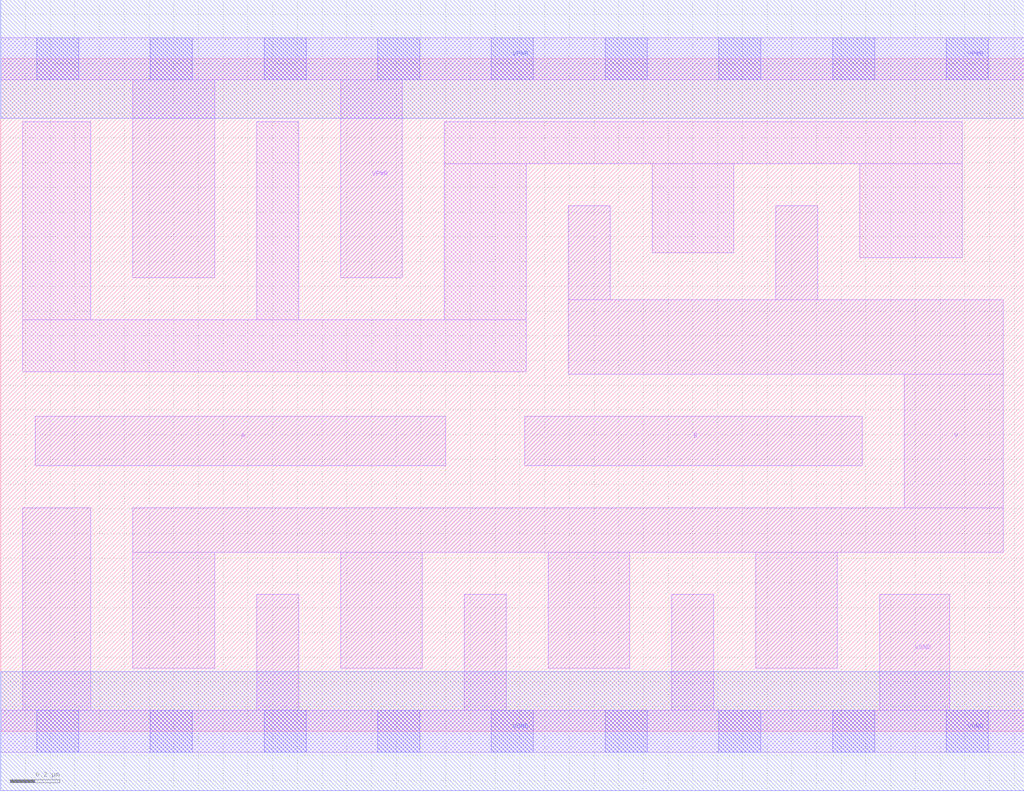
<source format=lef>
# Copyright 2020 The SkyWater PDK Authors
#
# Licensed under the Apache License, Version 2.0 (the "License");
# you may not use this file except in compliance with the License.
# You may obtain a copy of the License at
#
#     https://www.apache.org/licenses/LICENSE-2.0
#
# Unless required by applicable law or agreed to in writing, software
# distributed under the License is distributed on an "AS IS" BASIS,
# WITHOUT WARRANTIES OR CONDITIONS OF ANY KIND, either express or implied.
# See the License for the specific language governing permissions and
# limitations under the License.
#
# SPDX-License-Identifier: Apache-2.0

VERSION 5.7 ;
  NAMESCASESENSITIVE ON ;
  NOWIREEXTENSIONATPIN ON ;
  DIVIDERCHAR "/" ;
  BUSBITCHARS "[]" ;
UNITS
  DATABASE MICRONS 200 ;
END UNITS
MACRO sky130_fd_sc_hd__nor2_4
  CLASS CORE ;
  SOURCE USER ;
  FOREIGN sky130_fd_sc_hd__nor2_4 ;
  ORIGIN  0.000000  0.000000 ;
  SIZE  4.140000 BY  2.720000 ;
  SYMMETRY X Y R90 ;
  SITE unithd ;
  PIN A
    ANTENNAGATEAREA  0.990000 ;
    DIRECTION INPUT ;
    USE SIGNAL ;
    PORT
      LAYER li1 ;
        RECT 0.140000 1.075000 1.800000 1.275000 ;
    END
  END A
  PIN B
    ANTENNAGATEAREA  0.990000 ;
    DIRECTION INPUT ;
    USE SIGNAL ;
    PORT
      LAYER li1 ;
        RECT 2.120000 1.075000 3.485000 1.275000 ;
    END
  END B
  PIN Y
    ANTENNADIFFAREA  1.242000 ;
    DIRECTION OUTPUT ;
    USE SIGNAL ;
    PORT
      LAYER li1 ;
        RECT 0.535000 0.255000 0.865000 0.725000 ;
        RECT 0.535000 0.725000 4.055000 0.905000 ;
        RECT 1.375000 0.255000 1.705000 0.725000 ;
        RECT 2.215000 0.255000 2.545000 0.725000 ;
        RECT 2.295000 1.445000 4.055000 1.745000 ;
        RECT 2.295000 1.745000 2.465000 2.125000 ;
        RECT 3.055000 0.255000 3.385000 0.725000 ;
        RECT 3.135000 1.745000 3.305000 2.125000 ;
        RECT 3.655000 0.905000 4.055000 1.445000 ;
    END
  END Y
  PIN VGND
    DIRECTION INOUT ;
    SHAPE ABUTMENT ;
    USE GROUND ;
    PORT
      LAYER li1 ;
        RECT 0.000000 -0.085000 4.140000 0.085000 ;
        RECT 0.090000  0.085000 0.365000 0.905000 ;
        RECT 1.035000  0.085000 1.205000 0.555000 ;
        RECT 1.875000  0.085000 2.045000 0.555000 ;
        RECT 2.715000  0.085000 2.885000 0.555000 ;
        RECT 3.555000  0.085000 3.840000 0.555000 ;
      LAYER mcon ;
        RECT 0.145000 -0.085000 0.315000 0.085000 ;
        RECT 0.605000 -0.085000 0.775000 0.085000 ;
        RECT 1.065000 -0.085000 1.235000 0.085000 ;
        RECT 1.525000 -0.085000 1.695000 0.085000 ;
        RECT 1.985000 -0.085000 2.155000 0.085000 ;
        RECT 2.445000 -0.085000 2.615000 0.085000 ;
        RECT 2.905000 -0.085000 3.075000 0.085000 ;
        RECT 3.365000 -0.085000 3.535000 0.085000 ;
        RECT 3.825000 -0.085000 3.995000 0.085000 ;
      LAYER met1 ;
        RECT 0.000000 -0.240000 4.140000 0.240000 ;
    END
  END VGND
  PIN VPWR
    DIRECTION INOUT ;
    SHAPE ABUTMENT ;
    USE POWER ;
    PORT
      LAYER li1 ;
        RECT 0.000000 2.635000 4.140000 2.805000 ;
        RECT 0.535000 1.835000 0.865000 2.635000 ;
        RECT 1.375000 1.835000 1.625000 2.635000 ;
      LAYER mcon ;
        RECT 0.145000 2.635000 0.315000 2.805000 ;
        RECT 0.605000 2.635000 0.775000 2.805000 ;
        RECT 1.065000 2.635000 1.235000 2.805000 ;
        RECT 1.525000 2.635000 1.695000 2.805000 ;
        RECT 1.985000 2.635000 2.155000 2.805000 ;
        RECT 2.445000 2.635000 2.615000 2.805000 ;
        RECT 2.905000 2.635000 3.075000 2.805000 ;
        RECT 3.365000 2.635000 3.535000 2.805000 ;
        RECT 3.825000 2.635000 3.995000 2.805000 ;
      LAYER met1 ;
        RECT 0.000000 2.480000 4.140000 2.960000 ;
    END
  END VPWR
  OBS
    LAYER li1 ;
      RECT 0.090000 1.455000 2.125000 1.665000 ;
      RECT 0.090000 1.665000 0.365000 2.465000 ;
      RECT 1.035000 1.665000 1.205000 2.465000 ;
      RECT 1.795000 1.665000 2.125000 2.295000 ;
      RECT 1.795000 2.295000 3.890000 2.465000 ;
      RECT 2.635000 1.935000 2.965000 2.295000 ;
      RECT 3.475000 1.915000 3.890000 2.295000 ;
  END
END sky130_fd_sc_hd__nor2_4
END LIBRARY

</source>
